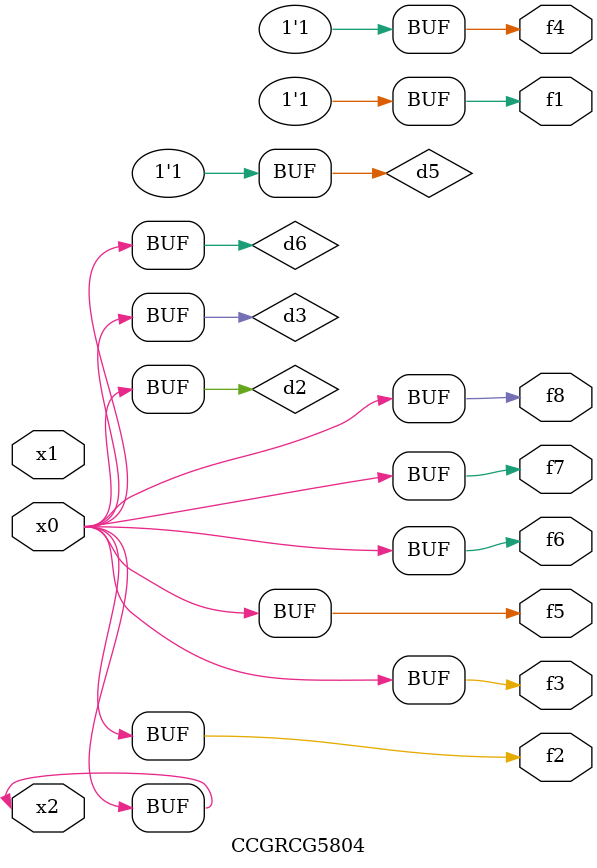
<source format=v>
module CCGRCG5804(
	input x0, x1, x2,
	output f1, f2, f3, f4, f5, f6, f7, f8
);

	wire d1, d2, d3, d4, d5, d6;

	xnor (d1, x2);
	buf (d2, x0, x2);
	and (d3, x0);
	xnor (d4, x1, x2);
	nand (d5, d1, d3);
	buf (d6, d2, d3);
	assign f1 = d5;
	assign f2 = d6;
	assign f3 = d6;
	assign f4 = d5;
	assign f5 = d6;
	assign f6 = d6;
	assign f7 = d6;
	assign f8 = d6;
endmodule

</source>
